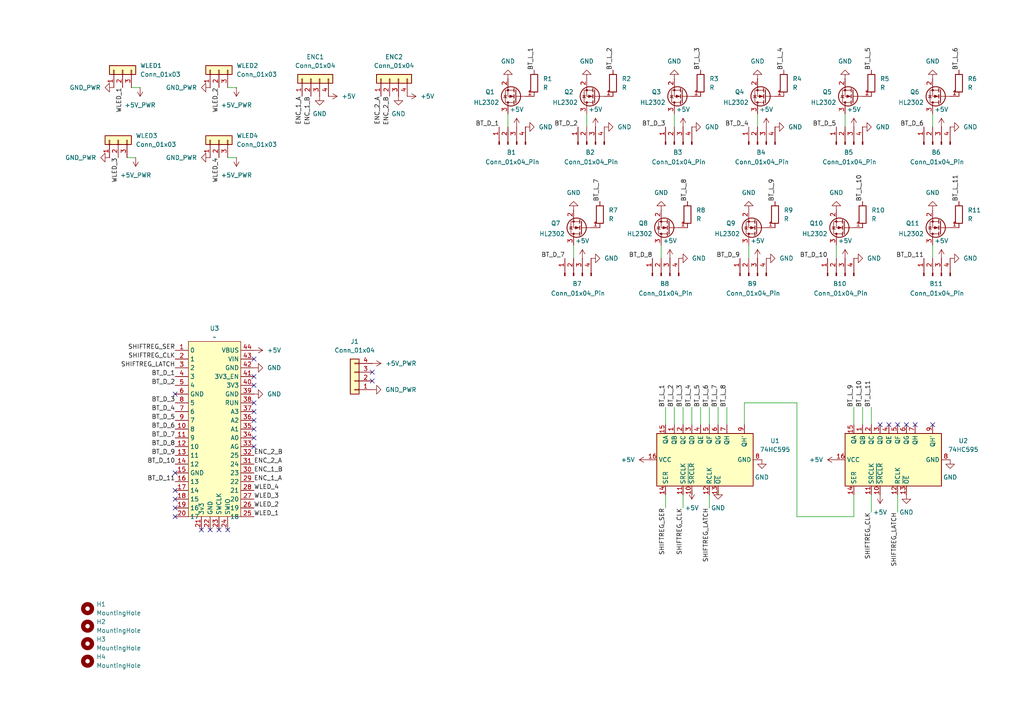
<source format=kicad_sch>
(kicad_sch (version 20231120) (generator "eeschema") (generator_version "8.0")
  (paper "A4")
  (lib_symbols
    (symbol "74xx:74HC595"
      (property "Reference" "U" (at -7.62 13.97 0))
      (property "Value" "74HC595" (at -7.62 -16.51 0))
      (symbol "74HC595_1_0"
        (pin tri_state line (at 10.16 7.62 180) (length 2.54) (name "QB") (number "1"))
        (pin input line (at -10.16 2.54 0) (length 2.54) (name "~{SRCLR}") (number "10"))
        (pin input line (at -10.16 5.08 0) (length 2.54) (name "SRCLK") (number "11"))
        (pin input line (at -10.16 -2.54 0) (length 2.54) (name "RCLK") (number "12"))
        (pin input line (at -10.16 -5.08 0) (length 2.54) (name "~{OE}") (number "13"))
        (pin input line (at -10.16 10.16 0) (length 2.54) (name "SER") (number "14"))
        (pin tri_state line (at 10.16 10.16 180) (length 2.54) (name "QA") (number "15"))
        (pin power_in line (at 0 15.24 270) (length 2.54) (name "VCC") (number "16"))
        (pin tri_state line (at 10.16 5.08 180) (length 2.54) (name "QC") (number "2"))
        (pin tri_state line (at 10.16 2.54 180) (length 2.54) (name "QD") (number "3"))
        (pin tri_state line (at 10.16 0 180) (length 2.54) (name "QE") (number "4"))
        (pin tri_state line (at 10.16 -2.54 180) (length 2.54) (name "QF") (number "5"))
        (pin tri_state line (at 10.16 -5.08 180) (length 2.54) (name "QG") (number "6"))
        (pin tri_state line (at 10.16 -7.62 180) (length 2.54) (name "QH") (number "7"))
        (pin power_in line (at 0 -17.78 90) (length 2.54) (name "GND") (number "8"))
        (pin output line (at 10.16 -12.7 180) (length 2.54) (name "QH'") (number "9"))
      )
      (symbol "74HC595_1_1"
        (rectangle (start -7.62 12.7) (end 7.62 -15.24) (stroke (width 0.254)) (fill (type background)))
      )
    )
    (symbol "Connector:Conn_01x04_Pin" (pin_names (offset 1.016) hide)
      (property "Reference" "J" (at 0 5.08 0))
      (property "Value" "Conn_01x04_Pin" (at 0 -7.62 0))
      (symbol "Conn_01x04_Pin_1_1"
        (polyline (pts (xy 1.27 -5.08) (xy 0.8636 -5.08)) (stroke (width 0.1524)))
        (polyline (pts (xy 1.27 -2.54) (xy 0.8636 -2.54)) (stroke (width 0.1524)))
        (polyline (pts (xy 1.27 0) (xy 0.8636 0)) (stroke (width 0.1524)))
        (polyline (pts (xy 1.27 2.54) (xy 0.8636 2.54)) (stroke (width 0.1524)))
        (rectangle (start 0.8636 -4.953) (end 0 -5.207) (stroke (width 0.1524)) (fill (type outline)))
        (rectangle (start 0.8636 -2.413) (end 0 -2.667) (stroke (width 0.1524)) (fill (type outline)))
        (rectangle (start 0.8636 0.127) (end 0 -0.127) (stroke (width 0.1524)) (fill (type outline)))
        (rectangle (start 0.8636 2.667) (end 0 2.413) (stroke (width 0.1524)) (fill (type outline)))
        (pin passive line (at 5.08 2.54 180) (length 3.81) (name "Pin_1") (number "1"))
        (pin passive line (at 5.08 0 180) (length 3.81) (name "Pin_2") (number "2"))
        (pin passive line (at 5.08 -2.54 180) (length 3.81) (name "Pin_3") (number "3"))
        (pin passive line (at 5.08 -5.08 180) (length 3.81) (name "Pin_4") (number "4"))
      )
    )
    (symbol "Connector_Generic:Conn_01x03" (pin_names (offset 1.016) hide)
      (property "Reference" "J" (at 0 5.08 0))
      (property "Value" "Conn_01x03" (at 0 -5.08 0))
      (symbol "Conn_01x03_1_1"
        (rectangle (start -1.27 -2.413) (end 0 -2.667) (stroke (width 0.1524)))
        (rectangle (start -1.27 0.127) (end 0 -0.127) (stroke (width 0.1524)))
        (rectangle (start -1.27 2.667) (end 0 2.413) (stroke (width 0.1524)))
        (rectangle (start -1.27 3.81) (end 1.27 -3.81) (stroke (width 0.254)) (fill (type background)))
        (pin passive line (at -5.08 2.54 0) (length 3.81) (name "Pin_1") (number "1"))
        (pin passive line (at -5.08 0 0) (length 3.81) (name "Pin_2") (number "2"))
        (pin passive line (at -5.08 -2.54 0) (length 3.81) (name "Pin_3") (number "3"))
      )
    )
    (symbol "Connector_Generic:Conn_01x04" (pin_names (offset 1.016) hide)
      (property "Reference" "J" (at 0 5.08 0))
      (property "Value" "Conn_01x04" (at 0 -7.62 0))
      (symbol "Conn_01x04_1_1"
        (rectangle (start -1.27 -4.953) (end 0 -5.207) (stroke (width 0.1524)))
        (rectangle (start -1.27 -2.413) (end 0 -2.667) (stroke (width 0.1524)))
        (rectangle (start -1.27 0.127) (end 0 -0.127) (stroke (width 0.1524)))
        (rectangle (start -1.27 2.667) (end 0 2.413) (stroke (width 0.1524)))
        (rectangle (start -1.27 3.81) (end 1.27 -6.35) (stroke (width 0.254)) (fill (type background)))
        (pin passive line (at -5.08 2.54 0) (length 3.81) (name "Pin_1") (number "1"))
        (pin passive line (at -5.08 0 0) (length 3.81) (name "Pin_2") (number "2"))
        (pin passive line (at -5.08 -2.54 0) (length 3.81) (name "Pin_3") (number "3"))
        (pin passive line (at -5.08 -5.08 0) (length 3.81) (name "Pin_4") (number "4"))
      )
    )
    (symbol "Device:Q_NMOS_GSD" (pin_names (offset 0) hide)
      (property "Reference" "Q" (at 5.08 1.27 0))
      (property "Value" "Q_NMOS_GSD" (at 5.08 -1.27 0))
      (symbol "Q_NMOS_GSD_0_1"
        (polyline (pts (xy 0.254 0) (xy -2.54 0)))
        (polyline (pts (xy 0.254 1.905) (xy 0.254 -1.905)) (stroke (width 0.254)))
        (polyline (pts (xy 0.762 -1.27) (xy 0.762 -2.286)) (stroke (width 0.254)))
        (polyline (pts (xy 0.762 0.508) (xy 0.762 -0.508)) (stroke (width 0.254)))
        (polyline (pts (xy 0.762 2.286) (xy 0.762 1.27)) (stroke (width 0.254)))
        (polyline (pts (xy 2.54 2.54) (xy 2.54 1.778)))
        (polyline (pts (xy 2.54 -2.54) (xy 2.54 0) (xy 0.762 0)))
        (polyline (pts (xy 0.762 -1.778) (xy 3.302 -1.778) (xy 3.302 1.778) (xy 0.762 1.778)))
        (polyline (pts (xy 1.016 0) (xy 2.032 0.381) (xy 2.032 -0.381) (xy 1.016 0)) (fill (type outline)))
        (polyline (pts (xy 2.794 0.508) (xy 2.921 0.381) (xy 3.683 0.381) (xy 3.81 0.254)))
        (polyline (pts (xy 3.302 0.381) (xy 2.921 -0.254) (xy 3.683 -0.254) (xy 3.302 0.381)))
        (circle (center 1.651 0) (radius 2.794) (stroke (width 0.254)))
        (circle (center 2.54 -1.778) (radius 0.254) (fill (type outline)))
        (circle (center 2.54 1.778) (radius 0.254) (fill (type outline)))
      )
      (symbol "Q_NMOS_GSD_1_1"
        (pin input line (at -5.08 0 0) (length 2.54) (name "G") (number "1"))
        (pin passive line (at 2.54 -5.08 90) (length 2.54) (name "S") (number "2"))
        (pin passive line (at 2.54 5.08 270) (length 2.54) (name "D") (number "3"))
      )
    )
    (symbol "Device:R" (pin_numbers hide) (pin_names (offset 0))
      (property "Reference" "R" (at 2.032 0 90))
      (property "Value" "R" (at 0 0 90))
      (symbol "R_0_1"
        (rectangle (start -1.016 -2.54) (end 1.016 2.54) (stroke (width 0.254)))
      )
      (symbol "R_1_1"
        (pin passive line (at 0 3.81 270) (length 1.27) (name "~") (number "1"))
        (pin passive line (at 0 -3.81 90) (length 1.27) (name "~") (number "2"))
      )
    )
    (symbol "Mechanical:MountingHole" (pin_names (offset 1.016)) (exclude_from_sim yes) (in_bom no)
      (property "Reference" "H" (at 0 5.08 0))
      (property "Value" "MountingHole" (at 0 3.175 0))
      (symbol "MountingHole_0_1"
        (circle (center 0 0) (radius 1.27) (stroke (width 1.27)))
      )
    )
    (symbol "kolyscon_Symbols:Weird_Purple_RP2040_Board"
      (property "Reference" "U" (at 0 18.288 0))
      (symbol "Weird_Purple_RP2040_Board_1_1"
        (rectangle (start -7.62 16.51) (end 7.62 -34.29) (fill (type background)))
        (pin passive line (at -11.43 13.97 0) (length 3.81) (name "0") (number "1"))
        (pin passive line (at -11.43 -8.89 0) (length 3.81) (name "8") (number "10"))
        (pin passive line (at -11.43 -11.43 0) (length 3.81) (name "9") (number "11"))
        (pin passive line (at -11.43 -13.97 0) (length 3.81) (name "10") (number "12"))
        (pin passive line (at -11.43 -16.51 0) (length 3.81) (name "11") (number "13"))
        (pin passive line (at -11.43 -19.05 0) (length 3.81) (name "12") (number "14"))
        (pin passive line (at -11.43 -21.59 0) (length 3.81) (name "GND") (number "15"))
        (pin passive line (at -11.43 -24.13 0) (length 3.81) (name "13") (number "16"))
        (pin passive line (at -11.43 -26.67 0) (length 3.81) (name "14") (number "17"))
        (pin passive line (at -11.43 -29.21 0) (length 3.81) (name "15") (number "18"))
        (pin passive line (at -11.43 -31.75 0) (length 3.81) (name "16") (number "19"))
        (pin passive line (at -11.43 11.43 0) (length 3.81) (name "1") (number "2"))
        (pin passive line (at -11.43 -34.29 0) (length 3.81) (name "17") (number "20"))
        (pin passive line (at -3.81 -38.1 90) (length 3.81) (name "3v3") (number "21"))
        (pin passive line (at -1.27 -38.1 90) (length 3.81) (name "GND") (number "22"))
        (pin passive line (at 1.27 -38.1 90) (length 3.81) (name "SWCLK") (number "23"))
        (pin passive line (at 3.81 -38.1 90) (length 3.81) (name "SWIO") (number "24"))
        (pin passive line (at 11.43 -34.29 180) (length 3.81) (name "18") (number "25"))
        (pin passive line (at 11.43 -31.75 180) (length 3.81) (name "19") (number "26"))
        (pin passive line (at 11.43 -29.21 180) (length 3.81) (name "20") (number "27"))
        (pin passive line (at 11.43 -26.67 180) (length 3.81) (name "21") (number "28"))
        (pin passive line (at 11.43 -24.13 180) (length 3.81) (name "22") (number "29"))
        (pin passive line (at -11.43 8.89 0) (length 3.81) (name "2") (number "3"))
        (pin passive line (at 11.43 -21.59 180) (length 3.81) (name "23") (number "30"))
        (pin passive line (at 11.43 -19.05 180) (length 3.81) (name "24") (number "31"))
        (pin passive line (at 11.43 -16.51 180) (length 3.81) (name "25") (number "32"))
        (pin passive line (at 11.43 -13.97 180) (length 3.81) (name "AG") (number "33"))
        (pin passive line (at 11.43 -11.43 180) (length 3.81) (name "A0") (number "34"))
        (pin passive line (at 11.43 -8.89 180) (length 3.81) (name "A1") (number "35"))
        (pin passive line (at 11.43 -6.35 180) (length 3.81) (name "A2") (number "36"))
        (pin passive line (at 11.43 -3.81 180) (length 3.81) (name "A3") (number "37"))
        (pin passive line (at 11.43 -1.27 180) (length 3.81) (name "RUN") (number "38"))
        (pin passive line (at 11.43 1.27 180) (length 3.81) (name "GND") (number "39"))
        (pin passive line (at -11.43 6.35 0) (length 3.81) (name "3") (number "4"))
        (pin passive line (at 11.43 3.81 180) (length 3.81) (name "3V3") (number "40"))
        (pin passive line (at 11.43 6.35 180) (length 3.81) (name "3V3_EN") (number "41"))
        (pin passive line (at 11.43 8.89 180) (length 3.81) (name "GND") (number "42"))
        (pin passive line (at 11.43 11.43 180) (length 3.81) (name "VIN") (number "43"))
        (pin passive line (at 11.43 13.97 180) (length 3.81) (name "VBUS") (number "44"))
        (pin passive line (at -11.43 3.81 0) (length 3.81) (name "4") (number "5"))
        (pin passive line (at -11.43 1.27 0) (length 3.81) (name "GND") (number "6"))
        (pin passive line (at -11.43 -3.81 0) (length 3.81) (name "6") (number "7"))
        (pin passive line (at -11.43 -1.27 0) (length 3.81) (name "5") (number "8"))
        (pin passive line (at -11.43 -6.35 0) (length 3.81) (name "7") (number "9"))
      )
    )
    (symbol "power:+5V" (power) (pin_numbers hide) (pin_names (offset 0) hide)
      (property "Value" "+5V" (at 0 3.556 0))
      (symbol "+5V_0_1"
        (polyline (pts (xy -0.762 1.27) (xy 0 2.54)))
        (polyline (pts (xy 0 0) (xy 0 2.54)))
        (polyline (pts (xy 0 2.54) (xy 0.762 1.27)))
      )
      (symbol "+5V_1_1"
        (pin power_in line (at 0 0 90) (length 0) (name "~") (number "1"))
      )
    )
    (symbol "power:GND" (power) (pin_numbers hide) (pin_names (offset 0) hide)
      (property "Value" "GND" (at 0 -3.81 0))
      (symbol "GND_0_1"
        (polyline (pts (xy 0 0) (xy 0 -1.27) (xy 1.27 -1.27) (xy 0 -2.54) (xy -1.27 -1.27) (xy 0 -1.27)))
      )
      (symbol "GND_1_1"
        (pin power_in line (at 0 0 270) (length 0) (name "~") (number "1"))
      )
    )
  )
  (no_connect (at 73.66 124.46))
  (no_connect (at 262.89 123.19))
  (no_connect (at 63.5 153.67))
  (no_connect (at 60.96 153.67))
  (no_connect (at 257.81 123.19))
  (no_connect (at 265.43 123.19))
  (no_connect (at 50.8 147.32))
  (no_connect (at 107.95 110.49))
  (no_connect (at 73.66 129.54))
  (no_connect (at 73.66 116.84))
  (no_connect (at 73.66 109.22))
  (no_connect (at 73.66 104.14))
  (no_connect (at 50.8 149.86))
  (no_connect (at 50.8 144.78))
  (no_connect (at 66.04 153.67))
  (no_connect (at 255.27 123.19))
  (no_connect (at 73.66 121.92))
  (no_connect (at 107.95 107.95))
  (no_connect (at 73.66 119.38))
  (no_connect (at 58.42 153.67))
  (no_connect (at 73.66 127))
  (no_connect (at 270.51 123.19))
  (no_connect (at 73.66 111.76))
  (no_connect (at 50.8 137.16))
  (no_connect (at 260.35 123.19))
  (no_connect (at 50.8 142.24))
  (no_connect (at 50.8 114.3))
  (wire (pts (xy 250.19 118.11) (xy 250.19 123.19)))
  (wire (pts (xy 203.2 118.11) (xy 203.2 123.19)))
  (wire (pts (xy 200.66 143.51) (xy 200.66 142.24)))
  (wire (pts (xy 231.14 116.84) (xy 231.14 149.86)))
  (wire (pts (xy 208.28 118.11) (xy 208.28 123.19)))
  (wire (pts (xy 166.37 74.93) (xy 166.37 71.12)))
  (wire (pts (xy 193.04 143.51) (xy 193.04 147.32)))
  (wire (pts (xy 210.82 118.11) (xy 210.82 123.19)))
  (wire (pts (xy 260.35 143.51) (xy 260.35 148.59)))
  (wire (pts (xy 252.73 118.11) (xy 252.73 123.19)))
  (wire (pts (xy 40.64 25.4) (xy 38.1 25.4)))
  (wire (pts (xy 195.58 36.83) (xy 195.58 33.02)))
  (wire (pts (xy 200.66 118.11) (xy 200.66 123.19)))
  (wire (pts (xy 198.12 143.51) (xy 198.12 147.32)))
  (wire (pts (xy 170.18 36.83) (xy 170.18 33.02)))
  (wire (pts (xy 242.57 74.93) (xy 242.57 71.12)))
  (wire (pts (xy 205.74 118.11) (xy 205.74 123.19)))
  (wire (pts (xy 252.73 143.51) (xy 252.73 148.59)))
  (wire (pts (xy 215.9 123.19) (xy 215.9 116.84)))
  (wire (pts (xy 247.65 143.51) (xy 247.65 149.86)))
  (wire (pts (xy 195.58 118.11) (xy 195.58 123.19)))
  (wire (pts (xy 270.51 74.93) (xy 270.51 71.12)))
  (wire (pts (xy 39.37 45.72) (xy 36.83 45.72)))
  (wire (pts (xy 215.9 116.84) (xy 231.14 116.84)))
  (wire (pts (xy 193.04 118.11) (xy 193.04 123.19)))
  (wire (pts (xy 231.14 149.86) (xy 247.65 149.86)))
  (wire (pts (xy 219.71 36.83) (xy 219.71 33.02)))
  (wire (pts (xy 247.65 118.11) (xy 247.65 123.19)))
  (wire (pts (xy 68.58 45.72) (xy 66.04 45.72)))
  (wire (pts (xy 208.28 143.51) (xy 208.28 142.24)))
  (wire (pts (xy 205.74 143.51) (xy 205.74 147.32)))
  (wire (pts (xy 68.58 25.4) (xy 66.04 25.4)))
  (wire (pts (xy 191.77 74.93) (xy 191.77 71.12)))
  (wire (pts (xy 198.12 118.11) (xy 198.12 123.19)))
  (wire (pts (xy 217.17 74.93) (xy 217.17 71.12)))
  (wire (pts (xy 245.11 36.83) (xy 245.11 33.02)))
  (wire (pts (xy 147.32 36.83) (xy 147.32 33.02)))
  (wire (pts (xy 270.51 36.83) (xy 270.51 33.02)))
  (label "BT_L_5" (at 252.73 20.32 90))
  (label "WLED_2" (at 63.5 25.4 270))
  (label "BT_L_8" (at 199.39 58.42 90))
  (label "SHIFTREG_LATCH" (at 205.74 147.32 270))
  (label "BT_D_10" (at 50.8 134.62 180))
  (label "SHIFTREG_SER" (at 193.04 147.32 270))
  (label "ENC_2_A" (at 110.49 27.94 270))
  (label "BT_L_2" (at 195.58 118.11 90))
  (label "BT_L_11" (at 252.73 118.11 90))
  (label "WLED_4" (at 63.5 45.72 270))
  (label "BT_D_7" (at 163.83 74.93 180))
  (label "BT_L_10" (at 250.19 58.42 90))
  (label "BT_L_9" (at 247.65 118.11 90))
  (label "SHIFTREG_CLK" (at 50.8 104.14 180))
  (label "BT_D_4" (at 50.8 119.38 180))
  (label "BT_D_6" (at 50.8 124.46 180))
  (label "SHIFTREG_LATCH" (at 50.8 106.68 180))
  (label "BT_L_10" (at 250.19 118.11 90))
  (label "BT_D_5" (at 242.57 36.83 180))
  (label "BT_L_3" (at 203.2 20.32 90))
  (label "BT_D_11" (at 50.8 139.7 180))
  (label "BT_D_11" (at 267.97 74.93 180))
  (label "BT_D_1" (at 144.78 36.83 180))
  (label "BT_D_10" (at 240.03 74.93 180))
  (label "BT_D_5" (at 50.8 121.92 180))
  (label "ENC_1_A" (at 87.63 27.94 270))
  (label "BT_L_8" (at 210.82 118.11 90))
  (label "BT_L_5" (at 203.2 118.11 90))
  (label "BT_L_7" (at 208.28 118.11 90))
  (label "BT_L_4" (at 227.33 20.32 90))
  (label "SHIFTREG_CLK" (at 198.12 147.32 270))
  (label "SHIFTREG_LATCH" (at 260.35 148.59 270))
  (label "BT_L_6" (at 205.74 118.11 90))
  (label "BT_L_3" (at 198.12 118.11 90))
  (label "SHIFTREG_SER" (at 50.8 101.6 180))
  (label "BT_D_3" (at 50.8 116.84 180))
  (label "BT_L_11" (at 278.13 58.42 90))
  (label "BT_L_1" (at 193.04 118.11 90))
  (label "BT_D_2" (at 167.64 36.83 180))
  (label "BT_L_6" (at 278.13 20.32 90))
  (label "BT_D_7" (at 50.8 127 180))
  (label "BT_L_4" (at 200.66 118.11 90))
  (label "BT_L_2" (at 177.8 20.32 90))
  (label "ENC_2_B" (at 73.66 132.08 0))
  (label "ENC_1_A" (at 73.66 139.7 0))
  (label "SHIFTREG_CLK" (at 252.73 148.59 270))
  (label "WLED_1" (at 73.66 149.86 0))
  (label "BT_D_4" (at 217.17 36.83 180))
  (label "BT_D_6" (at 267.97 36.83 180))
  (label "BT_L_1" (at 154.94 20.32 90))
  (label "BT_D_9" (at 214.63 74.93 180))
  (label "ENC_1_B" (at 73.66 137.16 0))
  (label "BT_L_9" (at 224.79 58.42 90))
  (label "WLED_4" (at 73.66 142.24 0))
  (label "ENC_2_A" (at 73.66 134.62 0))
  (label "WLED_2" (at 73.66 147.32 0))
  (label "ENC_2_B" (at 113.03 27.94 270))
  (label "WLED_3" (at 73.66 144.78 0))
  (label "BT_L_7" (at 173.99 58.42 90))
  (label "WLED_1" (at 35.56 25.4 270))
  (label "ENC_1_B" (at 90.17 27.94 270))
  (label "BT_D_9" (at 50.8 132.08 180))
  (label "BT_D_8" (at 50.8 129.54 180))
  (label "BT_D_3" (at 193.04 36.83 180))
  (label "WLED_3" (at 34.29 45.72 270))
  (label "BT_D_1" (at 50.8 109.22 180))
  (label "BT_D_8" (at 189.23 74.93 180))
  (label "BT_D_2" (at 50.8 111.76 180))
  (symbol (lib_id "power:+5V") (at 40.64 25.4 180) (unit 1)
    (property "Reference" "#PWR046" (effects (hide yes)))
    (property "Value" "+5V_PWR" (at 40.64 30.48 0))
    (property "Description" "Power symbol creates a global label with name \"+5V\"" (effects (hide yes)))
  )
  (symbol (lib_id "Device:R") (at 278.13 24.13 180) (unit 1)
    (property "Reference" "R6" (at 280.67 22.8599 0) (effects (justify right)))
    (property "Value" "R" (at 280.67 25.3999 0) (effects (justify right)))
    (property "Footprint" "Resistor_SMD:R_0603_1608Metric" (effects (hide yes)))
    (property "Description" "Resistor" (effects (hide yes)))
  )
  (symbol (lib_id "power:+5V") (at 219.71 74.93 0) (unit 1)
    (property "Reference" "#PWR034" (effects (hide yes)))
    (property "Value" "+5V" (at 219.71 69.85 0))
    (property "Description" "Power symbol creates a global label with name \"+5V\"" (effects (hide yes)))
  )
  (symbol (lib_id "power:+5V") (at 247.65 36.83 0) (unit 1)
    (property "Reference" "#PWR022" (effects (hide yes)))
    (property "Value" "+5V" (at 247.65 31.75 0))
    (property "Description" "Power symbol creates a global label with name \"+5V\"" (effects (hide yes)))
  )
  (symbol (lib_id "Connector_Generic:Conn_01x04") (at 90.17 22.86 90) (unit 1)
    (property "Reference" "ENC1" (at 91.44 16.51 90))
    (property "Value" "Conn_01x04" (at 91.44 19.05 90))
    (property "Footprint" "Connector_JST:JST_XH_B4B-XH-A_1x04_P2.50mm_Vertical" (effects (hide yes)))
    (property "Description" "Generic connector, single row, 01x04, script generated (kicad-library-utils/schlib/autogen/connector/)" (effects (hide yes)))
  )
  (symbol (lib_id "power:GND") (at 147.32 22.86 180) (unit 1)
    (property "Reference" "#PWR011" (effects (hide yes)))
    (property "Value" "GND" (at 147.32 17.78 0))
    (property "Description" "Power symbol creates a global label with name \"GND\" , ground" (effects (hide yes)))
  )
  (symbol (lib_id "power:+5V") (at 149.86 36.83 0) (unit 1)
    (property "Reference" "#PWR010" (effects (hide yes)))
    (property "Value" "+5V" (at 149.86 31.75 0))
    (property "Description" "Power symbol creates a global label with name \"+5V\"" (effects (hide yes)))
  )
  (symbol (lib_id "Device:R") (at 154.94 24.13 180) (unit 1)
    (property "Reference" "R1" (at 157.48 22.8599 0) (effects (justify right)))
    (property "Value" "R" (at 157.48 25.3999 0) (effects (justify right)))
    (property "Footprint" "Resistor_SMD:R_0603_1608Metric" (effects (hide yes)))
    (property "Description" "Resistor" (effects (hide yes)))
  )
  (symbol (lib_id "power:+5V") (at 194.31 74.93 0) (unit 1)
    (property "Reference" "#PWR031" (effects (hide yes)))
    (property "Value" "+5V" (at 194.31 69.85 0))
    (property "Description" "Power symbol creates a global label with name \"+5V\"" (effects (hide yes)))
  )
  (symbol (lib_id "Device:Q_NMOS_GSD") (at 222.25 27.94 180) (unit 1)
    (property "Reference" "Q4" (at 215.9 26.6699 0) (effects (justify left)))
    (property "Value" "HL2302" (at 217.17 29.718 0) (effects (justify left)))
    (property "Footprint" "Package_TO_SOT_SMD:SOT-23" (effects (hide yes)))
    (property "Description" "N-MOSFET transistor, gate/source/drain" (effects (hide yes)))
  )
  (symbol (lib_id "Device:Q_NMOS_GSD") (at 273.05 66.04 180) (unit 1)
    (property "Reference" "Q11" (at 266.7 64.7699 0) (effects (justify left)))
    (property "Value" "HL2302" (at 267.97 67.818 0) (effects (justify left)))
    (property "Footprint" "Package_TO_SOT_SMD:SOT-23" (effects (hide yes)))
    (property "Description" "N-MOSFET transistor, gate/source/drain" (effects (hide yes)))
  )
  (symbol (lib_id "power:GND") (at 245.11 22.86 180) (unit 1)
    (property "Reference" "#PWR021" (effects (hide yes)))
    (property "Value" "GND" (at 245.11 17.78 0))
    (property "Description" "Power symbol creates a global label with name \"GND\" , ground" (effects (hide yes)))
  )
  (symbol (lib_id "power:GND") (at 107.95 113.03 90) (unit 1)
    (property "Reference" "#PWR057" (effects (hide yes)))
    (property "Value" "GND_PWR" (at 111.76 113.0299 90) (effects (justify right)))
    (property "Description" "Power symbol creates a global label with name \"GND\" , ground" (effects (hide yes)))
  )
  (symbol (lib_id "power:GND") (at 60.96 25.4 270) (unit 1)
    (property "Reference" "#PWR048" (effects (hide yes)))
    (property "Value" "GND_PWR" (at 57.15 25.4001 90) (effects (justify right)))
    (property "Description" "Power symbol creates a global label with name \"GND\" , ground" (effects (hide yes)))
  )
  (symbol (lib_id "power:GND") (at 196.85 74.93 90) (unit 1)
    (property "Reference" "#PWR032" (effects (hide yes)))
    (property "Value" "GND" (at 200.66 74.9299 90) (effects (justify right)))
    (property "Description" "Power symbol creates a global label with name \"GND\" , ground" (effects (hide yes)))
  )
  (symbol (lib_id "power:GND") (at 171.45 74.93 90) (unit 1)
    (property "Reference" "#PWR029" (effects (hide yes)))
    (property "Value" "GND" (at 175.26 74.9299 90) (effects (justify right)))
    (property "Description" "Power symbol creates a global label with name \"GND\" , ground" (effects (hide yes)))
  )
  (symbol (lib_id "Device:Q_NMOS_GSD") (at 273.05 27.94 180) (unit 1)
    (property "Reference" "Q6" (at 266.7 26.6699 0) (effects (justify left)))
    (property "Value" "HL2302" (at 267.97 29.718 0) (effects (justify left)))
    (property "Footprint" "Package_TO_SOT_SMD:SOT-23" (effects (hide yes)))
    (property "Description" "N-MOSFET transistor, gate/source/drain" (effects (hide yes)))
  )
  (symbol (lib_id "power:+5V") (at 168.91 74.93 0) (unit 1)
    (property "Reference" "#PWR028" (effects (hide yes)))
    (property "Value" "+5V" (at 168.91 69.85 0))
    (property "Description" "Power symbol creates a global label with name \"+5V\"" (effects (hide yes)))
  )
  (symbol (lib_id "Device:R") (at 278.13 62.23 180) (unit 1)
    (property "Reference" "R11" (at 280.67 60.9599 0) (effects (justify right)))
    (property "Value" "R" (at 280.67 63.4999 0) (effects (justify right)))
    (property "Footprint" "Resistor_SMD:R_0603_1608Metric" (effects (hide yes)))
    (property "Description" "Resistor" (effects (hide yes)))
  )
  (symbol (lib_id "power:+5V") (at 95.25 27.94 270) (unit 1)
    (property "Reference" "#PWR042" (effects (hide yes)))
    (property "Value" "+5V" (at 99.06 27.9399 90) (effects (justify left)))
    (property "Description" "Power symbol creates a global label with name \"+5V\"" (effects (hide yes)))
  )
  (symbol (lib_id "power:GND") (at 115.57 27.94 0) (unit 1)
    (property "Reference" "#PWR045" (effects (hide yes)))
    (property "Value" "GND" (at 115.57 33.02 0))
    (property "Description" "Power symbol creates a global label with name \"GND\" , ground" (effects (hide yes)))
  )
  (symbol (lib_id "power:GND") (at 200.66 36.83 90) (unit 1)
    (property "Reference" "#PWR017" (effects (hide yes)))
    (property "Value" "GND" (at 204.47 36.8299 90) (effects (justify right)))
    (property "Description" "Power symbol creates a global label with name \"GND\" , ground" (effects (hide yes)))
  )
  (symbol (lib_id "Connector:Conn_01x04_Pin") (at 245.11 41.91 90) (unit 1)
    (property "Reference" "B5" (at 246.126 44.196 90))
    (property "Value" "Conn_01x04_Pin" (at 246.38 46.99 90))
    (property "Footprint" "Connector_JST:JST_XH_B4B-XH-A_1x04_P2.50mm_Vertical" (effects (hide yes)))
    (property "Description" "Generic connector, single row, 01x04, script generated" (effects (hide yes)))
  )
  (symbol (lib_id "power:GND") (at 73.66 106.68 90) (unit 1)
    (property "Reference" "#PWR055" (effects (hide yes)))
    (property "Value" "GND" (at 77.47 106.6799 90) (effects (justify right)))
    (property "Description" "Power symbol creates a global label with name \"GND\" , ground" (effects (hide yes)))
  )
  (symbol (lib_id "power:+5V") (at 39.37 45.72 180) (unit 1)
    (property "Reference" "#PWR051" (effects (hide yes)))
    (property "Value" "+5V_PWR" (at 39.37 50.8 0))
    (property "Description" "Power symbol creates a global label with name \"+5V\"" (effects (hide yes)))
  )
  (symbol (lib_id "power:GND") (at 224.79 36.83 90) (unit 1)
    (property "Reference" "#PWR020" (effects (hide yes)))
    (property "Value" "GND" (at 228.6 36.8299 90) (effects (justify right)))
    (property "Description" "Power symbol creates a global label with name \"GND\" , ground" (effects (hide yes)))
  )
  (symbol (lib_id "Device:R") (at 177.8 24.13 180) (unit 1)
    (property "Reference" "R2" (at 180.34 22.8599 0) (effects (justify right)))
    (property "Value" "R" (at 180.34 25.3999 0) (effects (justify right)))
    (property "Footprint" "Resistor_SMD:R_0603_1608Metric" (effects (hide yes)))
    (property "Description" "Resistor" (effects (hide yes)))
  )
  (symbol (lib_id "Connector:Conn_01x04_Pin") (at 170.18 41.91 90) (unit 1)
    (property "Reference" "B2" (at 171.196 44.196 90))
    (property "Value" "Conn_01x04_Pin" (at 171.45 46.99 90))
    (property "Footprint" "Connector_JST:JST_XH_B4B-XH-A_1x04_P2.50mm_Vertical" (effects (hide yes)))
    (property "Description" "Generic connector, single row, 01x04, script generated" (effects (hide yes)))
  )
  (symbol (lib_id "power:+5V") (at 198.12 36.83 0) (unit 1)
    (property "Reference" "#PWR016" (effects (hide yes)))
    (property "Value" "+5V" (at 198.12 31.75 0))
    (property "Description" "Power symbol creates a global label with name \"+5V\"" (effects (hide yes)))
  )
  (symbol (lib_id "Connector:Conn_01x04_Pin") (at 242.57 80.01 90) (unit 1)
    (property "Reference" "B10" (at 243.586 82.296 90))
    (property "Value" "Conn_01x04_Pin" (at 243.84 85.09 90))
    (property "Footprint" "Connector_JST:JST_XH_B4B-XH-A_1x04_P2.50mm_Vertical" (effects (hide yes)))
    (property "Description" "Generic connector, single row, 01x04, script generated" (effects (hide yes)))
  )
  (symbol (lib_id "Device:Q_NMOS_GSD") (at 245.11 66.04 180) (unit 1)
    (property "Reference" "Q10" (at 238.76 64.7699 0) (effects (justify left)))
    (property "Value" "HL2302" (at 240.03 67.818 0) (effects (justify left)))
    (property "Footprint" "Package_TO_SOT_SMD:SOT-23" (effects (hide yes)))
    (property "Description" "N-MOSFET transistor, gate/source/drain" (effects (hide yes)))
  )
  (symbol (lib_id "Device:R") (at 252.73 24.13 180) (unit 1)
    (property "Reference" "R5" (at 255.27 22.8599 0) (effects (justify right)))
    (property "Value" "R" (at 255.27 25.3999 0) (effects (justify right)))
    (property "Footprint" "Resistor_SMD:R_0603_1608Metric" (effects (hide yes)))
    (property "Description" "Resistor" (effects (hide yes)))
  )
  (symbol (lib_id "power:GND") (at 242.57 60.96 180) (unit 1)
    (property "Reference" "#PWR036" (effects (hide yes)))
    (property "Value" "GND" (at 242.57 55.88 0))
    (property "Description" "Power symbol creates a global label with name \"GND\" , ground" (effects (hide yes)))
  )
  (symbol (lib_id "Connector_Generic:Conn_01x04") (at 102.87 110.49 180) (unit 1)
    (property "Reference" "J1" (at 102.87 99.06 0))
    (property "Value" "Conn_01x04" (at 102.87 101.6 0))
    (property "Footprint" "kolyscon_Board_Footprints:USB-C_Conn_Small" (effects (hide yes)))
    (property "Description" "Generic connector, single row, 01x04, script generated (kicad-library-utils/schlib/autogen/connector/)" (effects (hide yes)))
  )
  (symbol (lib_id "Connector:Conn_01x04_Pin") (at 219.71 41.91 90) (unit 1)
    (property "Reference" "B4" (at 220.726 44.196 90))
    (property "Value" "Conn_01x04_Pin" (at 220.98 46.99 90))
    (property "Footprint" "Connector_JST:JST_XH_B4B-XH-A_1x04_P2.50mm_Vertical" (effects (hide yes)))
    (property "Description" "Generic connector, single row, 01x04, script generated" (effects (hide yes)))
  )
  (symbol (lib_id "Device:Q_NMOS_GSD") (at 247.65 27.94 180) (unit 1)
    (property "Reference" "Q5" (at 241.3 26.6699 0) (effects (justify left)))
    (property "Value" "HL2302" (at 242.57 29.718 0) (effects (justify left)))
    (property "Footprint" "Package_TO_SOT_SMD:SOT-23" (effects (hide yes)))
    (property "Description" "N-MOSFET transistor, gate/source/drain" (effects (hide yes)))
  )
  (symbol (lib_id "power:GND") (at 270.51 22.86 180) (unit 1)
    (property "Reference" "#PWR024" (effects (hide yes)))
    (property "Value" "GND" (at 270.51 17.78 0))
    (property "Description" "Power symbol creates a global label with name \"GND\" , ground" (effects (hide yes)))
  )
  (symbol (lib_id "74xx:74HC595") (at 203.2 133.35 90) (unit 1)
    (property "Reference" "U1" (at 224.79 127.8538 90))
    (property "Value" "74HC595" (at 224.79 130.3938 90))
    (property "Footprint" "Package_DIP:DIP-16_W7.62mm" (effects (hide yes)))
    (property "Datasheet" "http://www.ti.com/lit/ds/symlink/sn74hc595.pdf" (effects (hide yes)))
    (property "Description" "8-bit serial in/out Shift Register 3-State Outputs" (effects (hide yes)))
  )
  (symbol (lib_id "power:+5V") (at 73.66 101.6 270) (unit 1)
    (property "Reference" "#PWR054" (effects (hide yes)))
    (property "Value" "+5V" (at 77.47 101.5999 90) (effects (justify left)))
    (property "Description" "Power symbol creates a global label with name \"+5V\"" (effects (hide yes)))
  )
  (symbol (lib_id "power:+5V") (at 273.05 36.83 0) (unit 1)
    (property "Reference" "#PWR025" (effects (hide yes)))
    (property "Value" "+5V" (at 273.05 31.75 0))
    (property "Description" "Power symbol creates a global label with name \"+5V\"" (effects (hide yes)))
  )
  (symbol (lib_id "Connector_Generic:Conn_01x03") (at 63.5 20.32 90) (unit 1)
    (property "Reference" "WLED2" (at 68.58 19.0499 90) (effects (justify right)))
    (property "Value" "Conn_01x03" (at 68.58 21.5899 90) (effects (justify right)))
    (property "Footprint" "Connector_JST:JST_XH_B3B-XH-A_1x03_P2.50mm_Vertical" (effects (hide yes)))
    (property "Description" "Generic connector, single row, 01x03, script generated (kicad-library-utils/schlib/autogen/connector/)" (effects (hide yes)))
  )
  (symbol (lib_id "Mechanical:MountingHole") (at 25.4 186.69 0) (unit 1) (exclude_from_sim yes) (in_bom no)
    (property "Reference" "H3" (at 27.94 185.4199 0) (effects (justify left)))
    (property "Value" "MountingHole" (at 27.94 187.9599 0) (effects (justify left)))
    (property "Footprint" "MountingHole:MountingHole_3.2mm_M3" (effects (hide yes)))
    (property "Description" "Mounting Hole without connection" (effects (hide yes)))
  )
  (symbol (lib_id "power:+5V") (at 200.66 142.24 180) (unit 1)
    (property "Reference" "#PWR05" (effects (hide yes)))
    (property "Value" "+5V" (at 200.66 147.32 0))
    (property "Description" "Power symbol creates a global label with name \"+5V\"" (effects (hide yes)))
  )
  (symbol (lib_id "power:+5V") (at 107.95 105.41 270) (unit 1)
    (property "Reference" "#PWR058" (effects (hide yes)))
    (property "Value" "+5V_PWR" (at 111.76 105.4099 90) (effects (justify left)))
    (property "Description" "Power symbol creates a global label with name \"+5V\"" (effects (hide yes)))
  )
  (symbol (lib_id "Device:Q_NMOS_GSD") (at 219.71 66.04 180) (unit 1)
    (property "Reference" "Q9" (at 213.36 64.7699 0) (effects (justify left)))
    (property "Value" "HL2302" (at 214.63 67.818 0) (effects (justify left)))
    (property "Footprint" "Package_TO_SOT_SMD:SOT-23" (effects (hide yes)))
    (property "Description" "N-MOSFET transistor, gate/source/drain" (effects (hide yes)))
  )
  (symbol (lib_id "power:GND") (at 270.51 60.96 180) (unit 1)
    (property "Reference" "#PWR039" (effects (hide yes)))
    (property "Value" "GND" (at 270.51 55.88 0))
    (property "Description" "Power symbol creates a global label with name \"GND\" , ground" (effects (hide yes)))
  )
  (symbol (lib_id "Connector:Conn_01x04_Pin") (at 270.51 80.01 90) (unit 1)
    (property "Reference" "B11" (at 271.526 82.296 90))
    (property "Value" "Conn_01x04_Pin" (at 271.78 85.09 90))
    (property "Footprint" "Connector_JST:JST_XH_B4B-XH-A_1x04_P2.50mm_Vertical" (effects (hide yes)))
    (property "Description" "Generic connector, single row, 01x04, script generated" (effects (hide yes)))
  )
  (symbol (lib_id "Device:Q_NMOS_GSD") (at 194.31 66.04 180) (unit 1)
    (property "Reference" "Q8" (at 187.96 64.7699 0) (effects (justify left)))
    (property "Value" "HL2302" (at 189.23 67.818 0) (effects (justify left)))
    (property "Footprint" "Package_TO_SOT_SMD:SOT-23" (effects (hide yes)))
    (property "Description" "N-MOSFET transistor, gate/source/drain" (effects (hide yes)))
  )
  (symbol (lib_id "Connector:Conn_01x04_Pin") (at 191.77 80.01 90) (unit 1)
    (property "Reference" "B8" (at 192.786 82.296 90))
    (property "Value" "Conn_01x04_Pin" (at 193.04 85.09 90))
    (property "Footprint" "Connector_JST:JST_XH_B4B-XH-A_1x04_P2.50mm_Vertical" (effects (hide yes)))
    (property "Description" "Generic connector, single row, 01x04, script generated" (effects (hide yes)))
  )
  (symbol (lib_id "power:GND") (at 33.02 25.4 270) (unit 1)
    (property "Reference" "#PWR047" (effects (hide yes)))
    (property "Value" "GND_PWR" (at 29.21 25.4001 90) (effects (justify right)))
    (property "Description" "Power symbol creates a global label with name \"GND\" , ground" (effects (hide yes)))
  )
  (symbol (lib_id "kolyscon_Symbols:Weird_Purple_RP2040_Board") (at 62.23 115.57 0) (unit 1)
    (property "Reference" "U3" (at 62.23 95.25 0))
    (property "Value" "~" (at 62.23 97.79 0))
    (property "Footprint" "kolyscon_Board_Footprints:WeirdPurpleRP2040Board" (effects (hide yes)))
  )
  (symbol (lib_id "Device:Q_NMOS_GSD") (at 172.72 27.94 180) (unit 1)
    (property "Reference" "Q2" (at 166.37 26.6699 0) (effects (justify left)))
    (property "Value" "HL2302" (at 167.64 29.718 0) (effects (justify left)))
    (property "Footprint" "Package_TO_SOT_SMD:SOT-23" (effects (hide yes)))
    (property "Description" "N-MOSFET transistor, gate/source/drain" (effects (hide yes)))
  )
  (symbol (lib_id "Connector:Conn_01x04_Pin") (at 166.37 80.01 90) (unit 1)
    (property "Reference" "B7" (at 167.386 82.296 90))
    (property "Value" "Conn_01x04_Pin" (at 167.64 85.09 90))
    (property "Footprint" "Connector_JST:JST_XH_B4B-XH-A_1x04_P2.50mm_Vertical" (effects (hide yes)))
    (property "Description" "Generic connector, single row, 01x04, script generated" (effects (hide yes)))
  )
  (symbol (lib_id "Mechanical:MountingHole") (at 25.4 191.77 0) (unit 1) (exclude_from_sim yes) (in_bom no)
    (property "Reference" "H4" (at 27.94 190.4999 0) (effects (justify left)))
    (property "Value" "MountingHole" (at 27.94 193.0399 0) (effects (justify left)))
    (property "Footprint" "MountingHole:MountingHole_3.2mm_M3" (effects (hide yes)))
    (property "Description" "Mounting Hole without connection" (effects (hide yes)))
  )
  (symbol (lib_id "power:+5V") (at 172.72 36.83 0) (unit 1)
    (property "Reference" "#PWR013" (effects (hide yes)))
    (property "Value" "+5V" (at 172.72 31.75 0))
    (property "Description" "Power symbol creates a global label with name \"+5V\"" (effects (hide yes)))
  )
  (symbol (lib_id "power:GND") (at 191.77 60.96 180) (unit 1)
    (property "Reference" "#PWR030" (effects (hide yes)))
    (property "Value" "GND" (at 191.77 55.88 0))
    (property "Description" "Power symbol creates a global label with name \"GND\" , ground" (effects (hide yes)))
  )
  (symbol (lib_id "Connector:Conn_01x04_Pin") (at 217.17 80.01 90) (unit 1)
    (property "Reference" "B9" (at 218.186 82.296 90))
    (property "Value" "Conn_01x04_Pin" (at 218.44 85.09 90))
    (property "Footprint" "Connector_JST:JST_XH_B4B-XH-A_1x04_P2.50mm_Vertical" (effects (hide yes)))
    (property "Description" "Generic connector, single row, 01x04, script generated" (effects (hide yes)))
  )
  (symbol (lib_id "power:GND") (at 92.71 27.94 0) (unit 1)
    (property "Reference" "#PWR043" (effects (hide yes)))
    (property "Value" "GND" (at 92.71 33.02 0))
    (property "Description" "Power symbol creates a global label with name \"GND\" , ground" (effects (hide yes)))
  )
  (symbol (lib_id "Connector:Conn_01x04_Pin") (at 147.32 41.91 90) (unit 1)
    (property "Reference" "B1" (at 148.336 44.196 90))
    (property "Value" "Conn_01x04_Pin" (at 148.59 46.99 90))
    (property "Footprint" "Connector_JST:JST_XH_B4B-XH-A_1x04_P2.50mm_Vertical" (effects (hide yes)))
    (property "Description" "Generic connector, single row, 01x04, script generated" (effects (hide yes)))
  )
  (symbol (lib_id "power:+5V") (at 68.58 25.4 180) (unit 1)
    (property "Reference" "#PWR049" (effects (hide yes)))
    (property "Value" "+5V_PWR" (at 68.58 30.48 0))
    (property "Description" "Power symbol creates a global label with name \"+5V\"" (effects (hide yes)))
  )
  (symbol (lib_id "power:GND") (at 73.66 114.3 90) (unit 1)
    (property "Reference" "#PWR056" (effects (hide yes)))
    (property "Value" "GND" (at 77.47 114.2999 90) (effects (justify right)))
    (property "Description" "Power symbol creates a global label with name \"GND\" , ground" (effects (hide yes)))
  )
  (symbol (lib_id "power:GND") (at 175.26 36.83 90) (unit 1)
    (property "Reference" "#PWR014" (effects (hide yes)))
    (property "Value" "GND" (at 179.07 36.8299 90) (effects (justify right)))
    (property "Description" "Power symbol creates a global label with name \"GND\" , ground" (effects (hide yes)))
  )
  (symbol (lib_id "power:+5V") (at 118.11 27.94 270) (unit 1)
    (property "Reference" "#PWR044" (effects (hide yes)))
    (property "Value" "+5V" (at 121.92 27.9399 90) (effects (justify left)))
    (property "Description" "Power symbol creates a global label with name \"+5V\"" (effects (hide yes)))
  )
  (symbol (lib_id "power:GND") (at 275.59 133.35 0) (unit 1)
    (property "Reference" "#PWR02" (effects (hide yes)))
    (property "Value" "GND" (at 275.59 138.43 0))
    (property "Description" "Power symbol creates a global label with name \"GND\" , ground" (effects (hide yes)))
  )
  (symbol (lib_id "Device:Q_NMOS_GSD") (at 198.12 27.94 180) (unit 1)
    (property "Reference" "Q3" (at 191.77 26.6699 0) (effects (justify left)))
    (property "Value" "HL2302" (at 193.04 29.718 0) (effects (justify left)))
    (property "Footprint" "Package_TO_SOT_SMD:SOT-23" (effects (hide yes)))
    (property "Description" "N-MOSFET transistor, gate/source/drain" (effects (hide yes)))
  )
  (symbol (lib_id "Device:R") (at 203.2 24.13 180) (unit 1)
    (property "Reference" "R3" (at 205.74 22.8599 0) (effects (justify right)))
    (property "Value" "R" (at 205.74 25.3999 0) (effects (justify right)))
    (property "Footprint" "Resistor_SMD:R_0603_1608Metric" (effects (hide yes)))
    (property "Description" "Resistor" (effects (hide yes)))
  )
  (symbol (lib_id "Connector:Conn_01x04_Pin") (at 195.58 41.91 90) (unit 1)
    (property "Reference" "B3" (at 196.596 44.196 90))
    (property "Value" "Conn_01x04_Pin" (at 196.85 46.99 90))
    (property "Footprint" "Connector_JST:JST_XH_B4B-XH-A_1x04_P2.50mm_Vertical" (effects (hide yes)))
    (property "Description" "Generic connector, single row, 01x04, script generated" (effects (hide yes)))
  )
  (symbol (lib_id "power:GND") (at 60.96 45.72 270) (unit 1)
    (property "Reference" "#PWR052" (effects (hide yes)))
    (property "Value" "GND_PWR" (at 57.15 45.7201 90) (effects (justify right)))
    (property "Description" "Power symbol creates a global label with name \"GND\" , ground" (effects (hide yes)))
  )
  (symbol (lib_id "Device:R") (at 250.19 62.23 180) (unit 1)
    (property "Reference" "R10" (at 252.73 60.9599 0) (effects (justify right)))
    (property "Value" "R" (at 252.73 63.4999 0) (effects (justify right)))
    (property "Footprint" "Resistor_SMD:R_0603_1608Metric" (effects (hide yes)))
    (property "Description" "Resistor" (effects (hide yes)))
  )
  (symbol (lib_id "power:GND") (at 170.18 22.86 180) (unit 1)
    (property "Reference" "#PWR012" (effects (hide yes)))
    (property "Value" "GND" (at 170.18 17.78 0))
    (property "Description" "Power symbol creates a global label with name \"GND\" , ground" (effects (hide yes)))
  )
  (symbol (lib_id "Device:R") (at 199.39 62.23 180) (unit 1)
    (property "Reference" "R8" (at 201.93 60.9599 0) (effects (justify right)))
    (property "Value" "R" (at 201.93 63.4999 0) (effects (justify right)))
    (property "Footprint" "Resistor_SMD:R_0603_1608Metric" (effects (hide yes)))
    (property "Description" "Resistor" (effects (hide yes)))
  )
  (symbol (lib_id "Connector_Generic:Conn_01x03") (at 34.29 40.64 90) (unit 1)
    (property "Reference" "WLED3" (at 39.37 39.3699 90) (effects (justify right)))
    (property "Value" "Conn_01x03" (at 39.37 41.9099 90) (effects (justify right)))
    (property "Footprint" "Connector_JST:JST_XH_B3B-XH-A_1x03_P2.50mm_Vertical" (effects (hide yes)))
    (property "Description" "Generic connector, single row, 01x03, script generated (kicad-library-utils/schlib/autogen/connector/)" (effects (hide yes)))
  )
  (symbol (lib_id "Device:Q_NMOS_GSD") (at 149.86 27.94 180) (unit 1)
    (property "Reference" "Q1" (at 143.51 26.6699 0) (effects (justify left)))
    (property "Value" "HL2302" (at 144.78 29.718 0) (effects (justify left)))
    (property "Footprint" "Package_TO_SOT_SMD:SOT-23" (effects (hide yes)))
    (property "Description" "N-MOSFET transistor, gate/source/drain" (effects (hide yes)))
  )
  (symbol (lib_id "Mechanical:MountingHole") (at 25.4 181.61 0) (unit 1) (exclude_from_sim yes) (in_bom no)
    (property "Reference" "H2" (at 27.94 180.3399 0) (effects (justify left)))
    (property "Value" "MountingHole" (at 27.94 182.8799 0) (effects (justify left)))
    (property "Footprint" "MountingHole:MountingHole_3.2mm_M3" (effects (hide yes)))
    (property "Description" "Mounting Hole without connection" (effects (hide yes)))
  )
  (symbol (lib_id "Device:Q_NMOS_GSD") (at 168.91 66.04 180) (unit 1)
    (property "Reference" "Q7" (at 162.56 64.7699 0) (effects (justify left)))
    (property "Value" "HL2302" (at 163.83 67.818 0) (effects (justify left)))
    (property "Footprint" "Package_TO_SOT_SMD:SOT-23" (effects (hide yes)))
    (property "Description" "N-MOSFET transistor, gate/source/drain" (effects (hide yes)))
  )
  (symbol (lib_id "power:+5V") (at 68.58 45.72 180) (unit 1)
    (property "Reference" "#PWR053" (effects (hide yes)))
    (property "Value" "+5V_PWR" (at 68.58 50.8 0))
    (property "Description" "Power symbol creates a global label with name \"+5V\"" (effects (hide yes)))
  )
  (symbol (lib_id "power:GND") (at 220.98 133.35 0) (unit 1)
    (property "Reference" "#PWR01" (effects (hide yes)))
    (property "Value" "GND" (at 220.98 138.43 0))
    (property "Description" "Power symbol creates a global label with name \"GND\" , ground" (effects (hide yes)))
  )
  (symbol (lib_id "Connector:Conn_01x04_Pin") (at 270.51 41.91 90) (unit 1)
    (property "Reference" "B6" (at 271.526 44.196 90))
    (property "Value" "Conn_01x04_Pin" (at 271.78 46.99 90))
    (property "Footprint" "Connector_JST:JST_XH_B4B-XH-A_1x04_P2.50mm_Vertical" (effects (hide yes)))
    (property "Description" "Generic connector, single row, 01x04, script generated" (effects (hide yes)))
  )
  (symbol (lib_id "power:GND") (at 250.19 36.83 90) (unit 1)
    (property "Reference" "#PWR023" (effects (hide yes)))
    (property "Value" "GND" (at 254 36.8299 90) (effects (justify right)))
    (property "Description" "Power symbol creates a global label with name \"GND\" , ground" (effects (hide yes)))
  )
  (symbol (lib_id "Connector_Generic:Conn_01x03") (at 35.56 20.32 90) (unit 1)
    (property "Reference" "WLED1" (at 40.64 19.0499 90) (effects (justify right)))
    (property "Value" "Conn_01x03" (at 40.64 21.5899 90) (effects (justify right)))
    (property "Footprint" "Connector_JST:JST_XH_B3B-XH-A_1x03_P2.50mm_Vertical" (effects (hide yes)))
    (property "Description" "Generic connector, single row, 01x03, script generated (kicad-library-utils/schlib/autogen/connector/)" (effects (hide yes)))
  )
  (symbol (lib_id "power:+5V") (at 242.57 133.35 90) (unit 1)
    (property "Reference" "#PWR04" (effects (hide yes)))
    (property "Value" "+5V" (at 238.76 133.3499 90) (effects (justify left)))
    (property "Description" "Power symbol creates a global label with name \"+5V\"" (effects (hide yes)))
  )
  (symbol (lib_id "Mechanical:MountingHole") (at 25.4 176.53 0) (unit 1) (exclude_from_sim yes) (in_bom no)
    (property "Reference" "H1" (at 27.94 175.2599 0) (effects (justify left)))
    (property "Value" "MountingHole" (at 27.94 177.7999 0) (effects (justify left)))
    (property "Footprint" "MountingHole:MountingHole_3.2mm_M3" (effects (hide yes)))
    (property "Description" "Mounting Hole without connection" (effects (hide yes)))
  )
  (symbol (lib_id "power:GND") (at 195.58 22.86 180) (unit 1)
    (property "Reference" "#PWR015" (effects (hide yes)))
    (property "Value" "GND" (at 195.58 17.78 0))
    (property "Description" "Power symbol creates a global label with name \"GND\" , ground" (effects (hide yes)))
  )
  (symbol (lib_id "power:GND") (at 275.59 36.83 90) (unit 1)
    (property "Reference" "#PWR026" (effects (hide yes)))
    (property "Value" "GND" (at 279.4 36.8299 90) (effects (justify right)))
    (property "Description" "Power symbol creates a global label with name \"GND\" , ground" (effects (hide yes)))
  )
  (symbol (lib_id "power:GND") (at 208.28 142.24 0) (unit 1)
    (property "Reference" "#PWR07" (effects (hide yes)))
    (property "Value" "GND" (at 208.28 147.32 0))
    (property "Description" "Power symbol creates a global label with name \"GND\" , ground" (effects (hide yes)))
  )
  (symbol (lib_id "power:GND") (at 152.4 36.83 90) (unit 1)
    (property "Reference" "#PWR09" (effects (hide yes)))
    (property "Value" "GND" (at 156.21 36.8299 90) (effects (justify right)))
    (property "Description" "Power symbol creates a global label with name \"GND\" , ground" (effects (hide yes)))
  )
  (symbol (lib_id "power:+5V") (at 273.05 74.93 0) (unit 1)
    (property "Reference" "#PWR040" (effects (hide yes)))
    (property "Value" "+5V" (at 273.05 69.85 0))
    (property "Description" "Power symbol creates a global label with name \"+5V\"" (effects (hide yes)))
  )
  (symbol (lib_id "power:GND") (at 222.25 74.93 90) (unit 1)
    (property "Reference" "#PWR035" (effects (hide yes)))
    (property "Value" "GND" (at 226.06 74.9299 90) (effects (justify right)))
    (property "Description" "Power symbol creates a global label with name \"GND\" , ground" (effects (hide yes)))
  )
  (symbol (lib_id "power:GND") (at 219.71 22.86 180) (unit 1)
    (property "Reference" "#PWR018" (effects (hide yes)))
    (property "Value" "GND" (at 219.71 17.78 0))
    (property "Description" "Power symbol creates a global label with name \"GND\" , ground" (effects (hide yes)))
  )
  (symbol (lib_id "power:+5V") (at 245.11 74.93 0) (unit 1)
    (property "Reference" "#PWR037" (effects (hide yes)))
    (property "Value" "+5V" (at 245.11 69.85 0))
    (property "Description" "Power symbol creates a global label with name \"+5V\"" (effects (hide yes)))
  )
  (symbol (lib_id "Device:R") (at 224.79 62.23 180) (unit 1)
    (property "Reference" "R9" (at 227.33 60.9599 0) (effects (justify right)))
    (property "Value" "R" (at 227.33 63.4999 0) (effects (justify right)))
    (property "Footprint" "Resistor_SMD:R_0603_1608Metric" (effects (hide yes)))
    (property "Description" "Resistor" (effects (hide yes)))
  )
  (symbol (lib_id "power:GND") (at 247.65 74.93 90) (unit 1)
    (property "Reference" "#PWR038" (effects (hide yes)))
    (property "Value" "GND" (at 251.46 74.9299 90) (effects (justify right)))
    (property "Description" "Power symbol creates a global label with name \"GND\" , ground" (effects (hide yes)))
  )
  (symbol (lib_id "Connector_Generic:Conn_01x04") (at 113.03 22.86 90) (unit 1)
    (property "Reference" "ENC2" (at 114.3 16.51 90))
    (property "Value" "Conn_01x04" (at 114.3 19.05 90))
    (property "Footprint" "Connector_JST:JST_XH_B4B-XH-A_1x04_P2.50mm_Vertical" (effects (hide yes)))
    (property "Description" "Generic connector, single row, 01x04, script generated (kicad-library-utils/schlib/autogen/connector/)" (effects (hide yes)))
  )
  (symbol (lib_id "power:+5V") (at 187.96 133.35 90) (unit 1)
    (property "Reference" "#PWR03" (effects (hide yes)))
    (property "Value" "+5V" (at 184.15 133.3499 90) (effects (justify left)))
    (property "Description" "Power symbol creates a global label with name \"+5V\"" (effects (hide yes)))
  )
  (symbol (lib_id "power:+5V") (at 255.27 143.51 180) (unit 1)
    (property "Reference" "#PWR06" (effects (hide yes)))
    (property "Value" "+5V" (at 255.27 148.59 0))
    (property "Description" "Power symbol creates a global label with name \"+5V\"" (effects (hide yes)))
  )
  (symbol (lib_id "power:GND") (at 217.17 60.96 180) (unit 1)
    (property "Reference" "#PWR033" (effects (hide yes)))
    (property "Value" "GND" (at 217.17 55.88 0))
    (property "Description" "Power symbol creates a global label with name \"GND\" , ground" (effects (hide yes)))
  )
  (symbol (lib_id "Connector_Generic:Conn_01x03") (at 63.5 40.64 90) (unit 1)
    (property "Reference" "WLED4" (at 68.58 39.3699 90) (effects (justify right)))
    (property "Value" "Conn_01x03" (at 68.58 41.9099 90) (effects (justify right)))
    (property "Footprint" "Connector_JST:JST_XH_B3B-XH-A_1x03_P2.50mm_Vertical" (effects (hide yes)))
    (property "Description" "Generic connector, single row, 01x03, script generated (kicad-library-utils/schlib/autogen/connector/)" (effects (hide yes)))
  )
  (symbol (lib_id "power:GND") (at 275.59 74.93 90) (unit 1)
    (property "Reference" "#PWR041" (effects (hide yes)))
    (property "Value" "GND" (at 279.4 74.9299 90) (effects (justify right)))
    (property "Description" "Power symbol creates a global label with name \"GND\" , ground" (effects (hide yes)))
  )
  (symbol (lib_id "Device:R") (at 173.99 62.23 180) (unit 1)
    (property "Reference" "R7" (at 176.53 60.9599 0) (effects (justify right)))
    (property "Value" "R" (at 176.53 63.4999 0) (effects (justify right)))
    (property "Footprint" "Resistor_SMD:R_0603_1608Metric" (effects (hide yes)))
    (property "Description" "Resistor" (effects (hide yes)))
  )
  (symbol (lib_id "power:+5V") (at 222.25 36.83 0) (unit 1)
    (property "Reference" "#PWR019" (effects (hide yes)))
    (property "Value" "+5V" (at 222.25 31.75 0))
    (property "Description" "Power symbol creates a global label with name \"+5V\"" (effects (hide yes)))
  )
  (symbol (lib_id "power:GND") (at 166.37 60.96 180) (unit 1)
    (property "Reference" "#PWR027" (effects (hide yes)))
    (property "Value" "GND" (at 166.37 55.88 0))
    (property "Description" "Power symbol creates a global label with name \"GND\" , ground" (effects (hide yes)))
  )
  (symbol (lib_id "power:GND") (at 262.89 143.51 0) (unit 1)
    (property "Reference" "#PWR08" (effects (hide yes)))
    (property "Value" "GND" (at 262.89 148.59 0))
    (property "Description" "Power symbol creates a global label with name \"GND\" , ground" (effects (hide yes)))
  )
  (symbol (lib_id "power:GND") (at 31.75 45.72 270) (unit 1)
    (property "Reference" "#PWR050" (effects (hide yes)))
    (property "Value" "GND_PWR" (at 27.94 45.7201 90) (effects (justify right)))
    (property "Description" "Power symbol creates a global label with name \"GND\" , ground" (effects (hide yes)))
  )
  (symbol (lib_id "Device:R") (at 227.33 24.13 180) (unit 1)
    (property "Reference" "R4" (at 229.87 22.8599 0) (effects (justify right)))
    (property "Value" "R" (at 229.87 25.3999 0) (effects (justify right)))
    (property "Footprint" "Resistor_SMD:R_0603_1608Metric" (effects (hide yes)))
    (property "Description" "Resistor" (effects (hide yes)))
  )
  (symbol (lib_id "74xx:74HC595") (at 257.81 133.35 90) (unit 1)
    (property "Reference" "U2" (at 279.4 127.8538 90))
    (property "Value" "74HC595" (at 279.4 130.3938 90))
    (property "Footprint" "Package_DIP:DIP-16_W7.62mm" (effects (hide yes)))
    (property "Datasheet" "http://www.ti.com/lit/ds/symlink/sn74hc595.pdf" (effects (hide yes)))
    (property "Description" "8-bit serial in/out Shift Register 3-State Outputs" (effects (hide yes)))
  )
)
</source>
